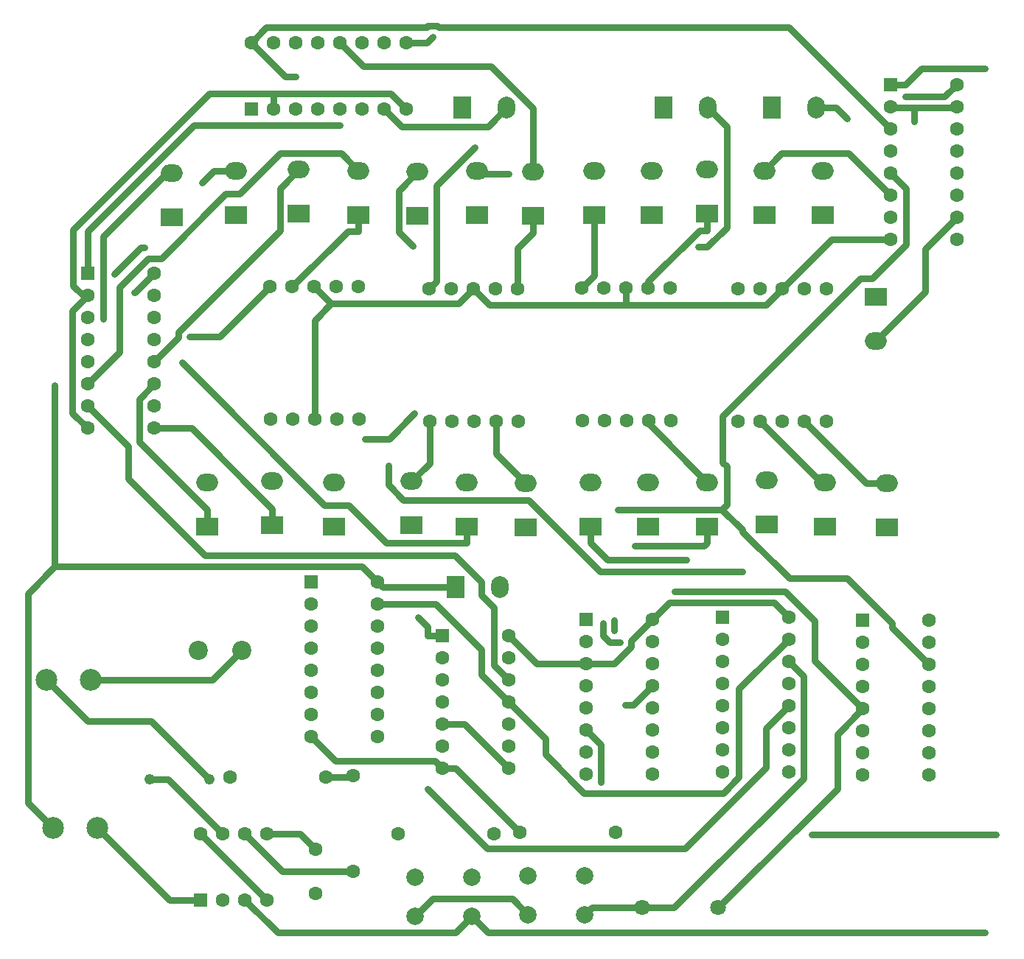
<source format=gtl>
G04 Layer: TopLayer*
G04 EasyEDA v6.5.22, 2022-11-10 13:02:32*
G04 01bc966966e84c7b8353b39a3c1ed1af,4d8ab2db40884aeb91e54047068f32cb,10*
G04 Gerber Generator version 0.2*
G04 Scale: 100 percent, Rotated: No, Reflected: No *
G04 Dimensions in inches *
G04 leading zeros omitted , absolute positions ,3 integer and 6 decimal *
%FSLAX36Y36*%
%MOIN*%

%AMMACRO1*21,1,$1,$2,0,0,$3*%
%ADD10C,0.0300*%
%ADD11C,0.0630*%
%ADD12C,0.0866*%
%ADD13C,0.0709*%
%ADD14C,0.0787*%
%ADD15R,0.0630X0.0630*%
%ADD16C,0.0630*%
%ADD17O,0.098425X0.07873999999999999*%
%ADD18MACRO1,0.0788X0.0984X90.0000*%
%ADD19O,0.07873999999999999X0.098425*%
%ADD20MACRO1,0.0788X0.0984X0.0000*%
%ADD21MACRO1,0.0788X0.0984X-90.0000*%
%ADD22C,0.0490*%
%ADD23C,0.0984*%
%ADD24C,0.0240*%
%ADD25C,0.0135*%

%LPD*%
D10*
X2557950Y-2168580D02*
G01*
X2631719Y-2242350D01*
X4877799Y-2242350D01*
X809620Y629619D02*
G01*
X750659Y570659D01*
X750659Y109340D01*
X820000Y40000D01*
X820000Y640000D02*
G01*
X809620Y629619D01*
X809620Y629619D02*
G01*
X753290Y685940D01*
X753290Y937280D01*
X1371850Y1555839D01*
X1660000Y1555839D01*
X1660000Y1555839D02*
G01*
X2189160Y1555839D01*
X2260000Y1485000D01*
X1660000Y1485000D02*
G01*
X1660000Y1555839D01*
X1921080Y602919D02*
G01*
X2497920Y602919D01*
X2564499Y669499D01*
X1844499Y679499D02*
G01*
X1921080Y602919D01*
X1845500Y80500D02*
G01*
X1845500Y527339D01*
X1921080Y602919D01*
X3254499Y598000D02*
G01*
X2636000Y598000D01*
X2564499Y669499D01*
X3959499Y669499D02*
G01*
X3888000Y598000D01*
X3254499Y598000D01*
X3254499Y598000D02*
G01*
X3254499Y674499D01*
X4450000Y895000D02*
G01*
X4185000Y895000D01*
X3959499Y669499D01*
X1330000Y-2095000D02*
G01*
X1190000Y-2095000D01*
X865000Y-1770000D01*
X2773469Y-1790000D02*
G01*
X2483469Y-1500000D01*
X2425000Y-1500000D01*
X4556940Y1489989D02*
G01*
X4744989Y1489989D01*
X4750000Y1495000D01*
X4450000Y1495000D02*
G01*
X4455010Y1489989D01*
X4556940Y1489989D01*
X4556940Y1489989D02*
G01*
X4556940Y1428620D01*
X1830000Y-1355000D02*
G01*
X1941580Y-1466579D01*
X2391580Y-1466579D01*
X2425000Y-1500000D01*
X835000Y-1100000D02*
G01*
X1383429Y-1100000D01*
X1518429Y-965000D01*
X1630000Y-1795000D02*
G01*
X1780000Y-1795000D01*
X1850000Y-1865000D01*
X2020000Y-1966529D02*
G01*
X1701530Y-1966529D01*
X1530000Y-1795000D01*
X2179359Y-128609D02*
G01*
X2179359Y-215129D01*
X2248680Y-284450D01*
X2813180Y-284450D01*
X3137619Y-608890D01*
X3780420Y-608890D01*
X3067950Y-2163580D02*
G01*
X3101530Y-2130000D01*
X3328739Y-2130000D01*
X3990000Y-1015000D02*
G01*
X4057060Y-1082060D01*
X4057060Y-1544330D01*
X3471390Y-2130000D01*
X3328739Y-2130000D01*
X4325000Y-1230000D02*
G01*
X4107139Y-1012139D01*
X4107139Y-832040D01*
X3972780Y-697680D01*
X3474160Y-697680D01*
X4325000Y-1230000D02*
G01*
X4208890Y-1346109D01*
X4208890Y-1592370D01*
X3671260Y-2130000D01*
X2812049Y-2163580D02*
G01*
X2738919Y-2090450D01*
X2380180Y-2090450D01*
X2302049Y-2168580D01*
X1530000Y-2095000D02*
G01*
X1678909Y-2243910D01*
X2482619Y-2243910D01*
X2557950Y-2168580D01*
X4450000Y1595000D02*
G01*
X4516509Y1595000D01*
X4516509Y1595000D02*
G01*
X4590490Y1668980D01*
X4877799Y1668980D01*
X1282079Y453739D02*
G01*
X1418739Y453739D01*
X1644499Y679499D01*
X2045000Y1005000D02*
G01*
X2045000Y930590D01*
X2045000Y930590D02*
G01*
X1995590Y930590D01*
X1744499Y679499D01*
X2800000Y-210000D02*
G01*
X2665500Y-75500D01*
X2665500Y70500D01*
X2285000Y-200000D02*
G01*
X2365500Y-119499D01*
X2365500Y70500D01*
X2571909Y1312049D02*
G01*
X2397920Y1138060D01*
X2397920Y702919D01*
X2364499Y669499D01*
X2835000Y1000000D02*
G01*
X2835000Y925590D01*
X2764499Y669499D02*
G01*
X2764499Y855090D01*
X2835000Y925590D01*
X3620000Y-205000D02*
G01*
X3355500Y59499D01*
X3355500Y75500D01*
X3110000Y1005000D02*
G01*
X3110000Y730000D01*
X3054499Y674499D01*
X3620000Y935590D02*
G01*
X3585969Y935590D01*
X3354499Y704119D01*
X3354499Y674499D01*
X3620000Y1010000D02*
G01*
X3620000Y935590D01*
X4435000Y-210000D02*
G01*
X4341000Y-210000D01*
X4060500Y70500D01*
X4155000Y-205000D02*
G01*
X4136000Y-205000D01*
X3860500Y70500D01*
X2310000Y1200000D02*
G01*
X2225720Y1115720D01*
X2225720Y927020D01*
X2289240Y863499D01*
X2073569Y-7939D02*
G01*
X2182259Y-7939D01*
X2297049Y106849D01*
X2425000Y-900000D02*
G01*
X2358490Y-900000D01*
X2313750Y-815270D02*
G01*
X2358490Y-860010D01*
X2358490Y-900000D01*
X2160000Y1485000D02*
G01*
X2240119Y1404879D01*
X2629880Y1404879D01*
X2715000Y1490000D01*
X2725000Y-1500000D02*
G01*
X2525000Y-1300000D01*
X2425000Y-1300000D01*
X2835000Y1200000D02*
G01*
X2835000Y1486660D01*
X2643760Y1677899D01*
X2067100Y1677899D01*
X1960000Y1785000D01*
X2724139Y1189659D02*
G01*
X2595339Y1189659D01*
X2580000Y1205000D01*
X2725000Y-1200000D02*
G01*
X2889859Y-1364859D01*
X2889859Y-1436239D01*
X3065000Y-1611379D01*
X3693059Y-1611379D01*
X3765339Y-1539099D01*
X3765339Y-1139659D01*
X3990000Y-915000D01*
X2725000Y-1200000D02*
G01*
X2599669Y-1074670D01*
X2599669Y-962010D01*
X2392659Y-755000D01*
X2130000Y-755000D01*
X1200000Y1195000D02*
G01*
X1177290Y1195000D01*
X891589Y909299D01*
X891589Y535030D01*
X2725000Y-1100000D02*
G01*
X2658419Y-1033420D01*
X2658419Y-773629D01*
X2599489Y-714699D01*
X2599489Y-655790D01*
X2478879Y-535180D01*
X1349610Y-535180D01*
X1002259Y-187829D01*
X1002259Y-42260D01*
X820000Y140000D01*
X669619Y-586840D02*
G01*
X669619Y233820D01*
X665000Y-1770000D02*
G01*
X549009Y-1654009D01*
X549009Y-707449D01*
X669619Y-586840D01*
X669619Y-586840D02*
G01*
X2061840Y-586840D01*
X2130000Y-655000D01*
X2485000Y-680000D02*
G01*
X2155000Y-680000D01*
X2130000Y-655000D01*
X4450000Y1395000D02*
G01*
X3991679Y1853319D01*
X2406239Y1853319D01*
X2399960Y1859600D01*
X2358500Y1859600D01*
X2352219Y1853319D01*
X1628320Y1853319D01*
X1560000Y1785000D01*
X3075000Y-1025000D02*
G01*
X3201450Y-1025000D01*
X3277330Y-949119D01*
X3277330Y-922669D01*
X3375000Y-825000D01*
X1120000Y740000D02*
G01*
X1034600Y654600D01*
X1031270Y654600D01*
X1560000Y1785000D02*
G01*
X1712420Y1632579D01*
X1760000Y1632579D01*
X3990000Y-815000D02*
G01*
X3923090Y-748090D01*
X3451909Y-748090D01*
X3375000Y-825000D01*
X3075000Y-1025000D02*
G01*
X2850000Y-1025000D01*
X2725000Y-900000D01*
X4750000Y1595000D02*
G01*
X4695060Y1540059D01*
X4516580Y1540059D01*
X1330000Y-1795000D02*
G01*
X1630000Y-2095000D01*
X635000Y-1100000D02*
G01*
X820249Y-1285250D01*
X1105489Y-1285250D01*
X1370240Y-1550000D01*
X1099759Y-1550000D02*
G01*
X1185000Y-1550000D01*
X1430000Y-1795000D01*
X1775000Y1210000D02*
G01*
X1690720Y1125720D01*
X1690720Y933180D01*
X1232010Y474470D01*
X1232010Y452010D01*
X1120000Y340000D01*
X1360000Y-405000D02*
G01*
X1360000Y-330590D01*
X1360000Y-330590D02*
G01*
X1052340Y-22930D01*
X1052340Y172339D01*
X1120000Y240000D01*
X1490000Y1205000D02*
G01*
X1391909Y1205000D01*
X1337780Y1150870D01*
X1655000Y-400000D02*
G01*
X1655000Y-325590D01*
X1655000Y-325590D02*
G01*
X1289409Y40000D01*
X1120000Y40000D01*
X820000Y240000D02*
G01*
X962989Y382989D01*
X962989Y677660D01*
X1093299Y807970D01*
X1152500Y807970D01*
X1445320Y1100790D01*
X1505540Y1100790D01*
X1689219Y1284470D01*
X1965529Y1284470D01*
X2045000Y1205000D01*
X820000Y740000D02*
G01*
X820000Y930599D01*
X1300590Y1411190D01*
X1960000Y1411190D01*
X941660Y738350D02*
G01*
X1061360Y858049D01*
X1078680Y858049D01*
X2535000Y-479409D02*
G01*
X2169229Y-479409D01*
X1999350Y-309529D01*
X1891620Y-309529D01*
X1245640Y336449D01*
X2535000Y-405000D02*
G01*
X2535000Y-479409D01*
X2260000Y1785000D02*
G01*
X2354700Y1785000D01*
X2379229Y1809529D01*
X3620000Y-405000D02*
G01*
X3620000Y-479409D01*
X3620000Y-479409D02*
G01*
X3606760Y-492649D01*
X3293630Y-492649D01*
X3150180Y-843330D02*
G01*
X3150180Y-897370D01*
X3181199Y-928389D01*
X3227259Y-928389D01*
X3375000Y-1125000D02*
G01*
X3286719Y-1213279D01*
X3250339Y-1213279D01*
X3625000Y1490000D02*
G01*
X3709369Y1405630D01*
X3709369Y947080D01*
X3621769Y859479D01*
X3580659Y859479D01*
X3095000Y-479409D02*
G01*
X3171509Y-555920D01*
X3528490Y-555920D01*
X3095000Y-405000D02*
G01*
X3095000Y-479409D01*
X3200259Y-827590D02*
G01*
X3200259Y-874929D01*
X4095259Y-1797339D02*
G01*
X4927870Y-1797339D01*
X3139449Y-1561309D02*
G01*
X3141580Y-1559180D01*
X3141580Y-1391579D01*
X3075000Y-1325000D01*
X3688130Y-328099D02*
G01*
X3215829Y-328099D01*
X4625000Y-1030000D02*
G01*
X4457309Y-862310D01*
X4457309Y-843550D01*
X4253890Y-640129D01*
X3992470Y-640129D01*
X3780180Y-427840D01*
X3780180Y-420149D01*
X3688130Y-328099D01*
X4450000Y1195000D02*
G01*
X4519769Y1125230D01*
X4519769Y869710D01*
X4366620Y716559D01*
X4312410Y716559D01*
X3690780Y94929D01*
X3690780Y-114459D01*
X3709759Y-133440D01*
X3709759Y-306469D01*
X3688130Y-328099D01*
X4385000Y435000D02*
G01*
X4607020Y657020D01*
X4607020Y852020D01*
X4750000Y995000D01*
X4115000Y1490000D02*
G01*
X4204930Y1490000D01*
X4253220Y1441709D01*
X3880000Y1205000D02*
G01*
X3958339Y1283339D01*
X4261660Y1283339D01*
X4450000Y1095000D01*
X3990000Y-1215000D02*
G01*
X3887110Y-1317890D01*
X3887110Y-1494580D01*
X3519179Y-1862510D01*
X2626959Y-1862510D01*
X2356059Y-1591610D01*
X1896540Y-1540000D02*
G01*
X2013459Y-1540000D01*
X2020000Y-1533460D01*
D11*
G01*
X1850000Y-2065000D03*
G01*
X1850000Y-1865000D03*
D12*
G01*
X1321580Y-965000D03*
G01*
X1518419Y-965000D03*
D13*
G01*
X3328739Y-2130000D03*
G01*
X3671260Y-2130000D03*
D14*
G01*
X2302049Y-2168580D03*
G01*
X2557950Y-2168580D03*
G01*
X2557950Y-1991419D03*
G01*
X2302049Y-1991419D03*
G01*
X2812049Y-2163580D03*
G01*
X3067950Y-2163580D03*
G01*
X3067950Y-1986419D03*
G01*
X2812049Y-1986419D03*
D11*
G01*
X1945500Y80500D03*
G01*
X1845500Y80500D03*
G01*
X1745500Y80500D03*
G01*
X2045500Y80500D03*
G01*
X1645500Y80500D03*
G01*
X1644499Y679499D03*
G01*
X2044499Y679499D03*
G01*
X1944499Y679499D03*
G01*
X1744499Y679499D03*
G01*
X1844499Y679499D03*
G01*
X2665500Y70500D03*
G01*
X2565500Y70500D03*
G01*
X2465500Y70500D03*
G01*
X2765500Y70500D03*
G01*
X2365500Y70500D03*
G01*
X2364499Y669499D03*
G01*
X2764499Y669499D03*
G01*
X2664499Y669499D03*
G01*
X2464499Y669499D03*
G01*
X2564499Y669499D03*
G01*
X3355500Y75500D03*
G01*
X3255500Y75500D03*
G01*
X3155500Y75500D03*
G01*
X3455500Y75500D03*
G01*
X3055500Y75500D03*
G01*
X3054499Y674499D03*
G01*
X3454499Y674499D03*
G01*
X3354499Y674499D03*
G01*
X3154499Y674499D03*
G01*
X3254499Y674499D03*
G01*
X4060500Y70500D03*
G01*
X3960500Y70500D03*
G01*
X3860500Y70500D03*
G01*
X4160500Y70500D03*
G01*
X3760500Y70500D03*
G01*
X3759499Y669499D03*
G01*
X4159499Y669499D03*
G01*
X4059499Y669499D03*
G01*
X3859499Y669499D03*
G01*
X3959499Y669499D03*
D15*
G01*
X2425000Y-900000D03*
D16*
G01*
X2425000Y-1000000D03*
G01*
X2425000Y-1300000D03*
G01*
X2425000Y-1400000D03*
G01*
X2425000Y-1100000D03*
G01*
X2425000Y-1200000D03*
G01*
X2425000Y-1500000D03*
G01*
X2725000Y-1500000D03*
G01*
X2725000Y-1400000D03*
G01*
X2725000Y-1300000D03*
G01*
X2725000Y-1200000D03*
G01*
X2725000Y-1100000D03*
G01*
X2725000Y-1000000D03*
G01*
X2725000Y-900000D03*
D15*
G01*
X1330000Y-2095000D03*
D16*
G01*
X1430000Y-2095000D03*
G01*
X1530000Y-2095000D03*
G01*
X1630000Y-2095000D03*
G01*
X1630000Y-1795000D03*
G01*
X1530000Y-1795000D03*
G01*
X1430000Y-1795000D03*
G01*
X1330000Y-1795000D03*
D11*
G01*
X1120000Y740000D03*
G01*
X1120000Y640000D03*
G01*
X1120000Y540000D03*
G01*
X1120000Y440000D03*
G01*
X1120000Y340000D03*
G01*
X1120000Y240000D03*
G01*
X1120000Y140000D03*
G01*
X1120000Y40000D03*
G01*
X820000Y40000D03*
G01*
X820000Y140000D03*
G01*
X820000Y240000D03*
G01*
X820000Y340000D03*
G01*
X820000Y440000D03*
G01*
X820000Y540000D03*
G01*
X820000Y640000D03*
D15*
G01*
X820000Y740000D03*
D11*
G01*
X1560000Y1785000D03*
G01*
X1660000Y1785000D03*
G01*
X1760000Y1785000D03*
G01*
X1860000Y1785000D03*
G01*
X1960000Y1785000D03*
G01*
X2060000Y1785000D03*
G01*
X2160000Y1785000D03*
G01*
X2260000Y1785000D03*
G01*
X2260000Y1485000D03*
G01*
X2160000Y1485000D03*
G01*
X2060000Y1485000D03*
G01*
X1960000Y1485000D03*
G01*
X1860000Y1485000D03*
G01*
X1760000Y1485000D03*
G01*
X1660000Y1485000D03*
D15*
G01*
X1560000Y1485000D03*
D11*
G01*
X3375000Y-825000D03*
G01*
X3375000Y-925000D03*
G01*
X3375000Y-1025000D03*
G01*
X3375000Y-1125000D03*
G01*
X3375000Y-1225000D03*
G01*
X3375000Y-1325000D03*
G01*
X3375000Y-1425000D03*
G01*
X3375000Y-1525000D03*
G01*
X3075000Y-1525000D03*
G01*
X3075000Y-1425000D03*
G01*
X3075000Y-1325000D03*
G01*
X3075000Y-1225000D03*
G01*
X3075000Y-1125000D03*
G01*
X3075000Y-1025000D03*
G01*
X3075000Y-925000D03*
D15*
G01*
X3075000Y-825000D03*
D11*
G01*
X4750000Y1595000D03*
G01*
X4750000Y1495000D03*
G01*
X4750000Y1395000D03*
G01*
X4750000Y1295000D03*
G01*
X4750000Y1195000D03*
G01*
X4750000Y1095000D03*
G01*
X4750000Y995000D03*
G01*
X4750000Y895000D03*
G01*
X4450000Y895000D03*
G01*
X4450000Y995000D03*
G01*
X4450000Y1095000D03*
G01*
X4450000Y1195000D03*
G01*
X4450000Y1295000D03*
G01*
X4450000Y1395000D03*
G01*
X4450000Y1495000D03*
D15*
G01*
X4450000Y1595000D03*
D11*
G01*
X2130000Y-655000D03*
G01*
X2130000Y-755000D03*
G01*
X2130000Y-855000D03*
G01*
X2130000Y-955000D03*
G01*
X2130000Y-1055000D03*
G01*
X2130000Y-1155000D03*
G01*
X2130000Y-1255000D03*
G01*
X2130000Y-1355000D03*
G01*
X1830000Y-1355000D03*
G01*
X1830000Y-1255000D03*
G01*
X1830000Y-1155000D03*
G01*
X1830000Y-1055000D03*
G01*
X1830000Y-955000D03*
G01*
X1830000Y-855000D03*
G01*
X1830000Y-755000D03*
D15*
G01*
X1830000Y-655000D03*
D11*
G01*
X3990000Y-815000D03*
G01*
X3990000Y-915000D03*
G01*
X3990000Y-1015000D03*
G01*
X3990000Y-1115000D03*
G01*
X3990000Y-1215000D03*
G01*
X3990000Y-1315000D03*
G01*
X3990000Y-1415000D03*
G01*
X3990000Y-1515000D03*
G01*
X3690000Y-1515000D03*
G01*
X3690000Y-1415000D03*
G01*
X3690000Y-1315000D03*
G01*
X3690000Y-1215000D03*
G01*
X3690000Y-1115000D03*
G01*
X3690000Y-1015000D03*
G01*
X3690000Y-915000D03*
D15*
G01*
X3690000Y-815000D03*
D11*
G01*
X4625000Y-830000D03*
G01*
X4625000Y-930000D03*
G01*
X4625000Y-1030000D03*
G01*
X4625000Y-1130000D03*
G01*
X4625000Y-1230000D03*
G01*
X4625000Y-1330000D03*
G01*
X4625000Y-1430000D03*
G01*
X4625000Y-1530000D03*
G01*
X4325000Y-1530000D03*
G01*
X4325000Y-1430000D03*
G01*
X4325000Y-1330000D03*
G01*
X4325000Y-1230000D03*
G01*
X4325000Y-1130000D03*
G01*
X4325000Y-1030000D03*
G01*
X4325000Y-930000D03*
D15*
G01*
X4325000Y-830000D03*
D17*
G01*
X1360000Y-205000D03*
D18*
G01*
X1360000Y-405000D03*
D17*
G01*
X1655000Y-200000D03*
D18*
G01*
X1655000Y-400000D03*
D17*
G01*
X1935000Y-205000D03*
D18*
G01*
X1935000Y-405000D03*
D17*
G01*
X1200000Y1195000D03*
D18*
G01*
X1200000Y995000D03*
D17*
G01*
X2045000Y1205000D03*
D18*
G01*
X2045000Y1005000D03*
D17*
G01*
X2285000Y-200000D03*
D18*
G01*
X2285000Y-400000D03*
D17*
G01*
X1490000Y1205000D03*
D18*
G01*
X1490000Y1005000D03*
D17*
G01*
X1775000Y1210000D03*
D18*
G01*
X1775000Y1010000D03*
D17*
G01*
X2535000Y-205000D03*
D18*
G01*
X2535000Y-405000D03*
D17*
G01*
X2800000Y-210000D03*
D18*
G01*
X2800000Y-410000D03*
D19*
G01*
X4115000Y1490000D03*
D20*
G01*
X3915000Y1490000D03*
D19*
G01*
X2715000Y1490000D03*
D20*
G01*
X2515000Y1490000D03*
D17*
G01*
X2310000Y1200000D03*
D18*
G01*
X2310000Y1000000D03*
D17*
G01*
X2580000Y1205000D03*
D18*
G01*
X2580000Y1005000D03*
D17*
G01*
X2835000Y1200000D03*
D18*
G01*
X2835000Y1000000D03*
D17*
G01*
X3095000Y-205000D03*
D18*
G01*
X3095000Y-405000D03*
D17*
G01*
X3355000Y-205000D03*
D18*
G01*
X3355000Y-405000D03*
D17*
G01*
X3620000Y-205000D03*
D18*
G01*
X3620000Y-405000D03*
D17*
G01*
X3110000Y1205000D03*
D18*
G01*
X3110000Y1005000D03*
D17*
G01*
X3370000Y1205000D03*
D18*
G01*
X3370000Y1005000D03*
D17*
G01*
X3620000Y1210000D03*
D18*
G01*
X3620000Y1010000D03*
D19*
G01*
X3625000Y1490000D03*
D20*
G01*
X3425000Y1490000D03*
D17*
G01*
X3880000Y1205000D03*
D18*
G01*
X3880000Y1005000D03*
D17*
G01*
X4385000Y435000D03*
D21*
G01*
X4385000Y635000D03*
D17*
G01*
X4145000Y1205000D03*
D18*
G01*
X4145000Y1005000D03*
D17*
G01*
X4435000Y-210000D03*
D18*
G01*
X4435000Y-410000D03*
D17*
G01*
X4155000Y-205000D03*
D18*
G01*
X4155000Y-405000D03*
D17*
G01*
X3890000Y-195000D03*
D18*
G01*
X3890000Y-395000D03*
D11*
G01*
X2656540Y-1795000D03*
G01*
X2223469Y-1795000D03*
G01*
X3206540Y-1790000D03*
G01*
X2773469Y-1790000D03*
G01*
X2020000Y-1533470D03*
G01*
X2020000Y-1966540D03*
G01*
X1463459Y-1540000D03*
G01*
X1896540Y-1540000D03*
D22*
G01*
X1099759Y-1550000D03*
G01*
X1370240Y-1550000D03*
D23*
G01*
X865000Y-1770000D03*
G01*
X665000Y-1770000D03*
G01*
X835000Y-1100000D03*
G01*
X635000Y-1100000D03*
D19*
G01*
X2685000Y-680000D03*
D20*
G01*
X2485000Y-680000D03*
D24*
G01*
X4556940Y1428620D03*
G01*
X3780420Y-608890D03*
G01*
X2179359Y-128609D03*
G01*
X3474160Y-697680D03*
G01*
X4877799Y-2242350D03*
G01*
X4877799Y1668980D03*
G01*
X1282079Y453739D03*
G01*
X2571909Y1312049D03*
G01*
X2313750Y-815270D03*
G01*
X2073569Y-7939D03*
G01*
X2297049Y106849D03*
G01*
X2289240Y863499D03*
G01*
X2724139Y1189659D03*
G01*
X891589Y535030D03*
G01*
X669619Y233820D03*
G01*
X1031270Y654600D03*
G01*
X1760000Y1632579D03*
G01*
X4516580Y1540059D03*
G01*
X1337780Y1150870D03*
G01*
X1960000Y1411190D03*
G01*
X941660Y738350D03*
G01*
X2379229Y1809529D03*
G01*
X1078680Y858049D03*
G01*
X1245640Y336449D03*
G01*
X3250339Y-1213279D03*
G01*
X3227259Y-928389D03*
G01*
X3150180Y-843330D03*
G01*
X3293630Y-492649D03*
G01*
X3580659Y859479D03*
G01*
X3528490Y-555920D03*
G01*
X3200259Y-874929D03*
G01*
X3200259Y-827590D03*
G01*
X3139449Y-1561309D03*
G01*
X4095259Y-1797339D03*
G01*
X4927870Y-1797339D03*
G01*
X3215829Y-328099D03*
G01*
X4253220Y1441709D03*
G01*
X2356059Y-1591610D03*
M02*

</source>
